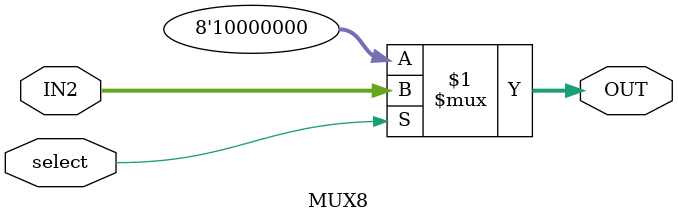
<source format=v>
module MUX8 (IN2, select, OUT);
    input [7:0] IN2;
	 input select;
    output [7:0] OUT;
    assign OUT = select ? IN2 : 8'b10000000;
endmodule
</source>
